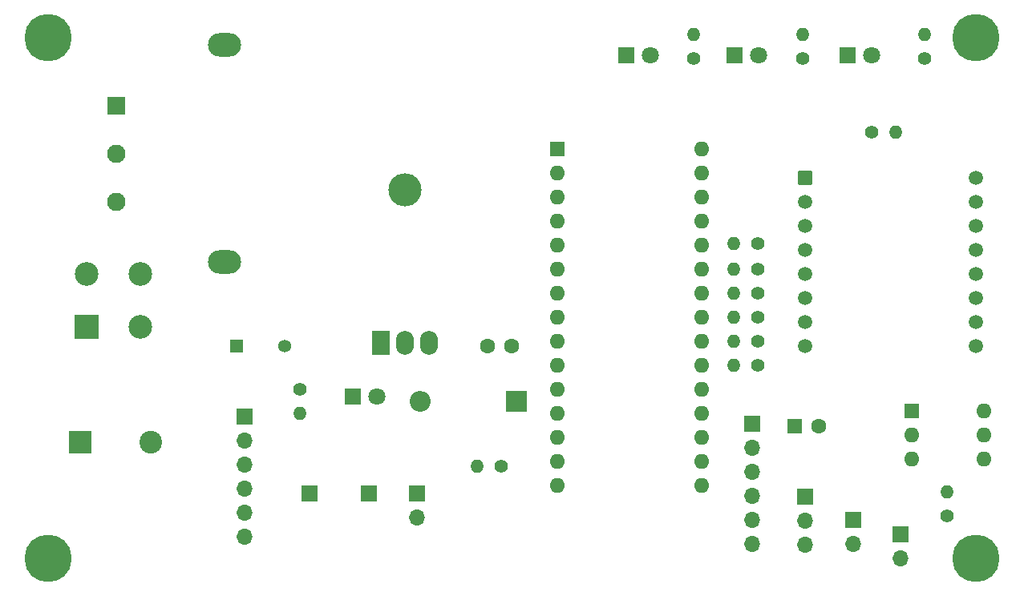
<source format=gbr>
%TF.GenerationSoftware,KiCad,Pcbnew,7.0.10*%
%TF.CreationDate,2024-08-09T23:07:07+02:00*%
%TF.ProjectId,Kicad_Projet_Trains_Sons,4b696361-645f-4507-926f-6a65745f5472,V2*%
%TF.SameCoordinates,Original*%
%TF.FileFunction,Soldermask,Top*%
%TF.FilePolarity,Negative*%
%FSLAX46Y46*%
G04 Gerber Fmt 4.6, Leading zero omitted, Abs format (unit mm)*
G04 Created by KiCad (PCBNEW 7.0.10) date 2024-08-09 23:07:07*
%MOMM*%
%LPD*%
G01*
G04 APERTURE LIST*
G04 Aperture macros list*
%AMRoundRect*
0 Rectangle with rounded corners*
0 $1 Rounding radius*
0 $2 $3 $4 $5 $6 $7 $8 $9 X,Y pos of 4 corners*
0 Add a 4 corners polygon primitive as box body*
4,1,4,$2,$3,$4,$5,$6,$7,$8,$9,$2,$3,0*
0 Add four circle primitives for the rounded corners*
1,1,$1+$1,$2,$3*
1,1,$1+$1,$4,$5*
1,1,$1+$1,$6,$7*
1,1,$1+$1,$8,$9*
0 Add four rect primitives between the rounded corners*
20,1,$1+$1,$2,$3,$4,$5,0*
20,1,$1+$1,$4,$5,$6,$7,0*
20,1,$1+$1,$6,$7,$8,$9,0*
20,1,$1+$1,$8,$9,$2,$3,0*%
G04 Aperture macros list end*
%ADD10C,1.400000*%
%ADD11O,1.400000X1.400000*%
%ADD12R,1.357000X1.357000*%
%ADD13C,1.357000*%
%ADD14R,1.800000X1.800000*%
%ADD15C,1.800000*%
%ADD16R,1.700000X1.700000*%
%ADD17O,1.700000X1.700000*%
%ADD18O,3.500000X2.500000*%
%ADD19C,5.000000*%
%ADD20R,1.600000X1.600000*%
%ADD21C,1.600000*%
%ADD22R,1.950000X1.950000*%
%ADD23C,1.950000*%
%ADD24R,2.500000X2.500000*%
%ADD25C,2.500000*%
%ADD26O,1.600000X1.600000*%
%ADD27R,2.200000X2.200000*%
%ADD28O,2.200000X2.200000*%
%ADD29R,2.400000X2.400000*%
%ADD30C,2.400000*%
%ADD31O,3.500000X3.500000*%
%ADD32R,1.900000X2.500000*%
%ADD33O,1.900000X2.500000*%
%ADD34RoundRect,0.102000X-0.654000X-0.654000X0.654000X-0.654000X0.654000X0.654000X-0.654000X0.654000X0*%
%ADD35C,1.512000*%
G04 APERTURE END LIST*
D10*
%TO.C,R9*%
X138328000Y-64932000D03*
D11*
X135788000Y-64932000D03*
%TD*%
D12*
%TO.C,C1*%
X83260000Y-73060000D03*
D13*
X88340000Y-73060000D03*
%TD*%
D14*
%TO.C,D4*%
X124408000Y-42326000D03*
D15*
X126948000Y-42326000D03*
%TD*%
D10*
%TO.C,R11*%
X143077000Y-42666000D03*
D11*
X143077000Y-40126000D03*
%TD*%
D16*
%TO.C,J6*%
X84149000Y-80553000D03*
D17*
X84149000Y-83093000D03*
X84149000Y-85633000D03*
X84149000Y-88173000D03*
X84149000Y-90713000D03*
X84149000Y-93253000D03*
%TD*%
D10*
%TO.C,R12*%
X155904000Y-42666000D03*
D11*
X155904000Y-40126000D03*
%TD*%
D18*
%TO.C,F1*%
X82030000Y-41235000D03*
X82030000Y-64235000D03*
%TD*%
D16*
%TO.C,J9*%
X91007000Y-88676000D03*
%TD*%
D10*
%TO.C,R14*%
X111229000Y-85760000D03*
D11*
X108689000Y-85760000D03*
%TD*%
D19*
%TO.C,REF1*%
X63400000Y-40500000D03*
%TD*%
D10*
%TO.C,R5*%
X138328000Y-72552000D03*
D11*
X135788000Y-72552000D03*
%TD*%
D16*
%TO.C,J4*%
X137743000Y-81315000D03*
D17*
X137743000Y-83855000D03*
X137743000Y-86395000D03*
X137743000Y-88935000D03*
X137743000Y-91475000D03*
X137743000Y-94015000D03*
%TD*%
D16*
%TO.C,J2*%
X153400000Y-92960000D03*
D17*
X153400000Y-95500000D03*
%TD*%
D16*
%TO.C,J3*%
X97230000Y-88676000D03*
%TD*%
D10*
%TO.C,R1*%
X89991000Y-77682000D03*
D11*
X89991000Y-80222000D03*
%TD*%
D20*
%TO.C,C4*%
X142228000Y-81569000D03*
D21*
X144728000Y-81569000D03*
%TD*%
D10*
%TO.C,R8*%
X138328000Y-70012000D03*
D11*
X135788000Y-70012000D03*
%TD*%
D22*
%TO.C,J1*%
X70560000Y-47660000D03*
D23*
X70560000Y-52740000D03*
X70560000Y-57820000D03*
%TD*%
D19*
%TO.C,REF2*%
X161400000Y-40500000D03*
%TD*%
D21*
%TO.C,C2*%
X109823000Y-73060000D03*
X112323000Y-73060000D03*
%TD*%
D10*
%TO.C,R13*%
X150355000Y-50500000D03*
D11*
X152895000Y-50500000D03*
%TD*%
D24*
%TO.C,D1*%
X67500000Y-71040000D03*
D25*
X73100000Y-71040000D03*
X73100000Y-65440000D03*
X67500000Y-65440000D03*
%TD*%
D20*
%TO.C,A1*%
X117169000Y-52232000D03*
D26*
X117169000Y-54772000D03*
X117169000Y-57312000D03*
X117169000Y-59852000D03*
X117169000Y-62392000D03*
X117169000Y-64932000D03*
X117169000Y-67472000D03*
X117169000Y-70012000D03*
X117169000Y-72552000D03*
X117169000Y-75092000D03*
X117169000Y-77632000D03*
X117169000Y-80172000D03*
X117169000Y-82712000D03*
X117169000Y-85252000D03*
X117169000Y-87792000D03*
X132409000Y-87792000D03*
X132409000Y-85252000D03*
X132409000Y-82712000D03*
X132409000Y-80172000D03*
X132409000Y-77632000D03*
X132409000Y-75092000D03*
X132409000Y-72552000D03*
X132409000Y-70012000D03*
X132409000Y-67472000D03*
X132409000Y-64932000D03*
X132409000Y-62392000D03*
X132409000Y-59852000D03*
X132409000Y-57312000D03*
X132409000Y-54772000D03*
X132409000Y-52232000D03*
%TD*%
D14*
%TO.C,D3*%
X95579000Y-78394000D03*
D15*
X98119000Y-78394000D03*
%TD*%
D19*
%TO.C,REF4*%
X63400000Y-95500000D03*
%TD*%
D16*
%TO.C,J7*%
X143331000Y-88965000D03*
D17*
X143331000Y-91505000D03*
X143331000Y-94045000D03*
%TD*%
D10*
%TO.C,R2*%
X158317000Y-90996000D03*
D11*
X158317000Y-88456000D03*
%TD*%
D27*
%TO.C,D2*%
X112851000Y-78902000D03*
D28*
X102691000Y-78902000D03*
%TD*%
D20*
%TO.C,U2*%
X154600000Y-79975000D03*
D26*
X154600000Y-82515000D03*
X154600000Y-85055000D03*
X162220000Y-85055000D03*
X162220000Y-82515000D03*
X162220000Y-79975000D03*
%TD*%
D19*
%TO.C,REF3*%
X161400000Y-95500000D03*
%TD*%
D29*
%TO.C,C3*%
X66750000Y-83220000D03*
D30*
X74250000Y-83220000D03*
%TD*%
D10*
%TO.C,R10*%
X131520000Y-42666000D03*
D11*
X131520000Y-40126000D03*
%TD*%
D31*
%TO.C,U1*%
X101040000Y-56550000D03*
D32*
X98500000Y-72750000D03*
D33*
X101040000Y-72750000D03*
X103580000Y-72750000D03*
%TD*%
D14*
%TO.C,D5*%
X135838000Y-42326000D03*
D15*
X138378000Y-42326000D03*
%TD*%
D10*
%TO.C,R4*%
X138328000Y-75092000D03*
D11*
X135788000Y-75092000D03*
%TD*%
D16*
%TO.C,J5*%
X102310000Y-88676000D03*
D17*
X102310000Y-91216000D03*
%TD*%
D14*
%TO.C,D6*%
X147776000Y-42326000D03*
D15*
X150316000Y-42326000D03*
%TD*%
D16*
%TO.C,J8*%
X148400000Y-91460000D03*
D17*
X148400000Y-94000000D03*
%TD*%
D10*
%TO.C,R6*%
X138328000Y-67472000D03*
D11*
X135788000Y-67472000D03*
%TD*%
D10*
%TO.C,R7*%
X138328000Y-62265000D03*
D11*
X135788000Y-62265000D03*
%TD*%
D34*
%TO.C,U3*%
X143331000Y-55280000D03*
D35*
X143331000Y-57820000D03*
X143331000Y-60360000D03*
X143331000Y-62900000D03*
X143331000Y-65440000D03*
X143331000Y-67980000D03*
X143331000Y-70520000D03*
X143331000Y-73060000D03*
X161365000Y-73060000D03*
X161365000Y-70520000D03*
X161365000Y-67980000D03*
X161365000Y-65440000D03*
X161365000Y-62900000D03*
X161365000Y-60360000D03*
X161365000Y-57820000D03*
X161365000Y-55280000D03*
%TD*%
M02*

</source>
